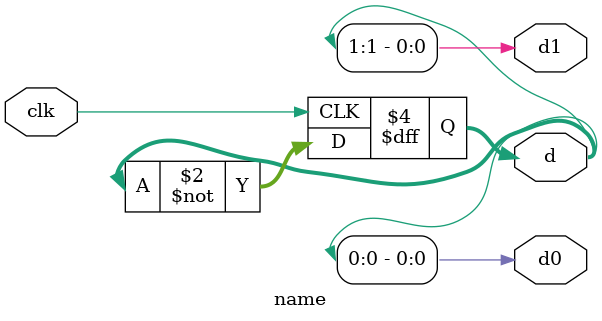
<source format=v>
module name(
  input clk,
  output reg [1:0] d, // holding a 2 bit number
  output reg d0, d1
);
  
  // only on start
  initial
    begin
      d = 2'b1_1;
    end
  
  always @ (posedge clk)
    begin
      d[1:0] <= ~d[1:0];
    end
  
  // alwaays evaluated
  assign d0 = d[0];
  assign d1 = d[1];
  
endmodule
</source>
